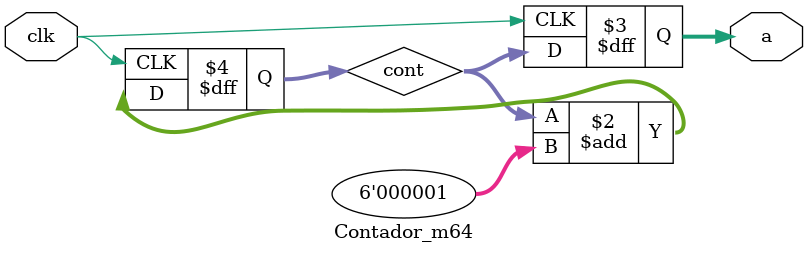
<source format=v>
module Contador_m64(
							input clk, 
							output reg[5:0] a
							);
							
reg [5:0] cont;

always @ (posedge clk)
begin
	a <= cont;
	cont <= cont + 6'd1;

end

							
endmodule

</source>
